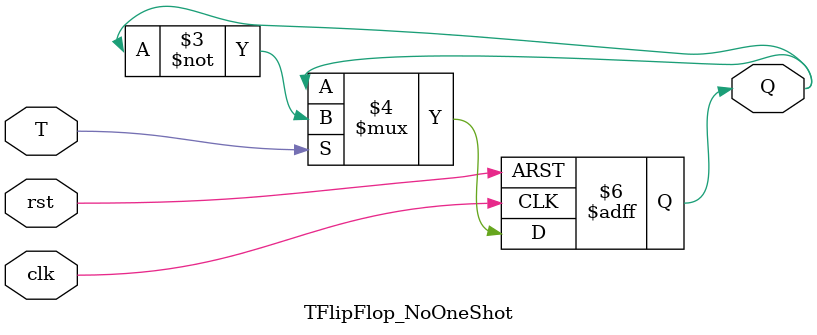
<source format=v>
`timescale 1ns / 1ps


module TFlipFlop_NoOneShot(
clk, rst, T, Q
    );
input T, clk, rst;
output reg Q;

always @(posedge clk or negedge rst)
begin
    if(!rst)
        Q <= 1'b0;
    else if(T)
        Q <= ~Q;
end
endmodule

</source>
